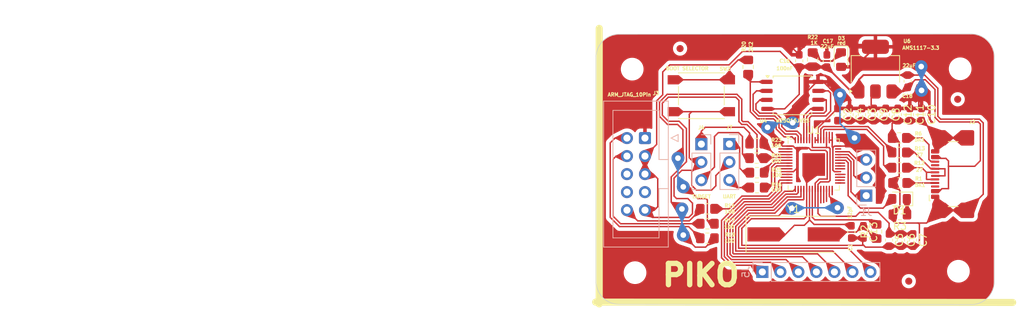
<source format=kicad_pcb>
(kicad_pcb (version 20240108) (generator "pcbnew") (generator_version "8.0")
  (layers (0 "F.Cu" signal) (31 "B.Cu" signal) (34 "B.Paste" user) (35 "F.Paste" user) (36 "B.SilkS" user "B.Silkscreen") (37 "F.SilkS" user "F.Silkscreen") (38 "B.Mask" user) (39 "F.Mask" user) (44 "Edge.Cuts" user))
  (net 0 "")
  (net 1 "Reset")
  (net 2 "GND")
  (net 3 "+3.3V")
  (net 4 "/XIN")
  (net 5 "/XOUT")
  (net 6 "Net-(D3-K)")
  (net 7 "/D-")
  (net 8 "Net-(J2-CC1)")
  (net 9 "/D+")
  (net 10 "Net-(J2-CC2)")
  (net 11 "Net-(J3-SWDIO{slash}TMS)")
  (net 12 "Net-(J3-SWCLK{slash}TCK)")
  (net 14 "Net-(J3-~{RESET})")
  (net 15 "Net-(J4-Pin_3)")
  (net 16 "Net-(J4-Pin_1)")
  (net 17 "TGT_TX")
  (net 18 "TGT_RX")
  (net 19 "TGT_SWCLK")
  (net 20 "TGT_SWDIO")
  (net 21 "Net-(J7-Pin_3)")
  (net 23 "Net-(J7-Pin_1)")
  (net 24 "/SIGROK_IN5")
  (net 25 "TGT_RESET")
  (net 26 "+5V")
  (net 27 "/SIGROK_IN6")
  (net 28 "SWD_DIO")
  (net 29 "SWD_CLK")
  (net 30 "/SIGROK_IN3")
  (net 32 "/SIGROK_IN7")
  (net 33 "/SIGROK_IN1")
  (net 34 "/SIGROK_IN4")
  (net 35 "/SIGROK_IN2")
  (net 36 "/SIGROK_ADC2")
  (net 37 "/SIGROK_ADC1")
  (net 38 "/SIGROK_ADC0")
  (net 39 "/USB_DM")
  (net 40 "/USB_DP")
  (net 41 "Net-(R20-Pad2)")
  (net 42 "/SPI_SS_N")
  (net 43 "/SPI_SD1")
  (net 44 "/SPI_SCLK")
  (net 45 "/SPI_SD0")
  (net 46 "/SWDIR")
  (net 47 "/SIGROK_IN8")
  (net 48 "/SPI_SD2")
  (net 49 "/SPI_SD3")
  (net 50 "+1V1")
  (net 51 "Net-(C13-Pad1)")
  (net 52 "Net-(D1-K)")
  (net 53 "Net-(D1-A)")
  (net 54 "unconnected-(U1-GPIO0-Pad2)")
  (net 55 "unconnected-(U1-GPIO20-Pad31)")
  (net 56 "unconnected-(U1-GPIO18-Pad29)")
  (net 57 "unconnected-(U1-GPIO9-Pad12)")
  (net 58 "unconnected-(U1-GPIO23-Pad35)")
  (net 59 "unconnected-(U1-GPIO19-Pad30)")
  (net 61 "unconnected-(U1-GPIO21-Pad32)")
  (net 62 "unconnected-(U1-GPIO8-Pad11)")
  (net 63 "unconnected-(U1-GPIO22-Pad34)")
  (net 64 "unconnected-(U1-GPIO7-Pad9)")
  (net 65 "unconnected-(U1-GPIO24-Pad36)")
  (footprint "Capacitor_SMD:C_0603_1608Metric_Pad1.08x0.95mm_HandSolder" (layer "F.Cu") (at 170.9 85.6 -90)
    (property "Reference" "C10")
    (property "Value" "100nF")
  )
  (footprint "LED_SMD:LED_0805_2012Metric_Pad1.15x1.40mm_HandSolder" (layer "F.Cu") (at 159.55 77.85 -90)
    (property "Reference" "D3")
    (property "Value" "red")
  )
  (footprint "Capacitor_SMD:C_0603_1608Metric_Pad1.08x0.95mm_HandSolder" (layer "F.Cu") (at 168.95 80.9 90)
    (property "Reference" "C18")
    (property "Value" "22uF")
  )
  (footprint "Capacitor_SMD:C_0603_1608Metric_Pad1.08x0.95mm_HandSolder" (layer "F.Cu") (at 168 103.3 -90)
    (property "Reference" "C6")
    (property "Value" "100nF")
  )
  (footprint "Resistor_SMD:R_0805_2012Metric_Pad1.20x1.40mm_HandSolder" (layer "F.Cu") (at 147.65 89.7 180)
    (property "Reference" "R23")
    (property "Value" "100")
  )
  (footprint "Resistor_SMD:R_0805_2012Metric_Pad1.20x1.40mm_HandSolder" (layer "F.Cu") (at 147.7 93.8 180)
    (property "Reference" "R25")
    (property "Value" "100")
  )
  (footprint "Capacitor_SMD:C_0603_1608Metric_Pad1.08x0.95mm_HandSolder" (layer "F.Cu") (at 169.7 103.3 -90)
    (property "Reference" "C7")
    (property "Value" "100nF")
  )
  (footprint "Capacitor_SMD:C_0603_1608Metric_Pad1.08x0.95mm_HandSolder" (layer "F.Cu") (at 157.55 78.05 -90)
    (property "Reference" "C17")
    (property "Value" "22uF")
  )
  (footprint "Button_Switch_SMD:SW_Push_1P1T_NO_6x6mm_H9.5mm" (layer "F.Cu") (at 139.85 82.95)
    (property "Reference" "SW2")
    (property "Value" "BOOT SELECTOR")
  )
  (footprint "Capacitor_SMD:C_0603_1608Metric_Pad1.08x0.95mm_HandSolder" (layer "F.Cu") (at 169.25 85.6 -90)
    (property "Reference" "C11")
    (property "Value" "100nF")
  )
  (footprint "Capacitor_SMD:C_0603_1608Metric_Pad1.08x0.95mm_HandSolder" (layer "F.Cu") (at 161.000001 102.15 -90)
    (property "Reference" "C1")
    (property "Value" "12pF")
  )
  (footprint "Resistor_SMD:R_0805_2012Metric_Pad1.20x1.40mm_HandSolder" (layer "F.Cu") (at 167.799997 95.249998 180)
    (property "Reference" "R1")
    (property "Value" "5K1")
  )
  (footprint "Resistor_SMD:R_0805_2012Metric_Pad1.20x1.40mm_HandSolder" (layer "F.Cu") (at 167.85 99.7 180)
    (property "Reference" "R3")
    (property "Value" "1K")
  )
  (footprint "Package_SO:SOIC-8_5.23x5.23mm_P1.27mm" (layer "F.Cu") (at 152.7 82.9)
    (property "Reference" "U4")
    (property "Value" "W25Q16JVSS")
  )
  (footprint "Capacitor_SMD:C_0603_1608Metric_Pad1.08x0.95mm_HandSolder" (layer "F.Cu") (at 165.85 85.6 -90)
    (property "Reference" "C8")
    (property "Value" "100nF")
  )
  (footprint "Capacitor_SMD:C_0603_1608Metric_Pad1.08x0.95mm_HandSolder" (layer "F.Cu") (at 162.5 85.6 -90)
    (property "Reference" "C3")
    (property "Value" "100nF")
  )
  (footprint "Package_TO_SOT_SMD:SOT-223-3_TabPin2" (layer "F.Cu") (at 164.4 79.2 90)
    (property "Reference" "U6")
    (property "Value" "AMS1117-3.3")
  )
  (footprint "Crystal:Crystal_SMD_HC49-SD" (layer "F.Cu") (at 152.85 102.5)
    (property "Reference" "Y1")
    (property "Value" "12Mhz HC49-SD")
  )
  (footprint "Capacitor_SMD:C_0603_1608Metric_Pad1.08x0.95mm_HandSolder" (layer "F.Cu") (at 153.650001 78.037501 -90)
    (property "Reference" "C16")
    (property "Value" "100nF")
  )
  (footprint "Resistor_SMD:R_0805_2012Metric_Pad1.20x1.40mm_HandSolder" (layer "F.Cu") (at 140.7 101)
    (property "Reference" "R17")
    (property "Value" "100")
  )
  (footprint "Resistor_SMD:R_0805_2012Metric_Pad1.20x1.40mm_HandSolder" (layer "F.Cu") (at 155.55 77.85 -90)
    (property "Reference" "R22")
    (property "Value" "1K")
  )
  (footprint "Package_DFN_QFN:QFN-56-1EP_7x7mm_P0.4mm_EP3.2x3.2mm" (layer "F.Cu") (at 155.7 92.65)
    (property "Reference" "U1")
    (property "Value" "RP2040")
  )
  (footprint "MountingHole:MountingHole_2.7mm_M2.5" (layer "F.Cu") (at 130.1 79.2)
    (property "Reference" "H6" (hide yes))
    (property "Value" "MountingHole" (hide yes))
  )
  (footprint "Resistor_SMD:R_0805_2012Metric_Pad1.20x1.40mm_HandSolder" (layer "F.Cu") (at 147.7 95.9 180)
    (property "Reference" "R26")
    (property "Value" "100")
  )
  (footprint "Fiducial:Fiducial_1mm_Mask2mm" (layer "F.Cu") (at 136.85 76.3)
    (property "Reference" "FID3" (hide yes))
    (property "Value" "Fiducial" (hide yes))
  )
  (footprint "Resistor_SMD:R_0805_2012Metric_Pad1.20x1.40mm_HandSolder" (layer "F.Cu") (at 140.7 103.05)
    (property "Reference" "R19")
    (property "Value" "100")
  )
  (footprint "Capacitor_SMD:C_0603_1608Metric_Pad1.08x0.95mm_HandSolder" (layer "F.Cu") (at 164.15 85.6 -90)
    (property "Reference" "C9")
    (property "Value" "100nF")
  )
  (footprint "Resistor_SMD:R_0805_2012Metric_Pad1.20x1.40mm_HandSolder" (layer "F.Cu") (at 167.749996 88.899997 180)
    (property "Reference" "R6")
    (property "Value" "5K1")
  )
  (footprint "LED_SMD:LED_0805_2012Metric_Pad1.15x1.40mm_HandSolder" (layer "F.Cu") (at 167.8 97.5 180)
    (property "Reference" "D1")
    (property "Value" "green")
  )
  (footprint "MountingHole:MountingHole_2.7mm_M2.5" (layer "F.Cu") (at 176.35 79.15)
    (property "Reference" "H5" (hide yes))
    (property "Value" "MountingHole" (hide yes))
  )
  (footprint "Connector_USB:USB_C_Receptacle_GCT_USB4110" (layer "F.Cu") (at 176.5 94 90)
    (property "Reference" "J2")
    (property "Value" "USB_C_Receptacle_USB2.0_14P" (hide yes))
  )
  (footprint "Resistor_SMD:R_0805_2012Metric_Pad1.20x1.40mm_HandSolder" (layer "F.Cu") (at 167.749997 90.949998 180)
    (property "Reference" "R13")
    (property "Value" "27")
  )
  (footprint "Capacitor_SMD:C_0603_1608Metric_Pad1.08x0.95mm_HandSolder" (layer "F.Cu") (at 167.55 85.6 -90)
    (property "Reference" "C12")
    (property "Value" "100nF")
  )
  (footprint "MountingHole:MountingHole_2.7mm_M2.5" (layer "F.Cu") (at 176.1 107.7)
    (property "Reference" "H3" (hide yes))
    (property "Value" "MountingHole" (hide yes))
  )
  (footprint "Fiducial:Fiducial_1mm_Mask2mm" (layer "F.Cu") (at 169.1 109.1)
    (property "Reference" "FID1" (hide yes))
    (property "Value" "Fiducial" (hide yes))
  )
  (footprint "Resistor_SMD:R_0805_2012Metric_Pad1.20x1.40mm_HandSolder" (layer "F.Cu") (at 164.550001 102.1 90)
    (property "Reference" "R2")
    (property "Value" "1K")
  )
  (footprint "Capacitor_SMD:C_0603_1608Metric_Pad1.08x0.95mm_HandSolder" (layer "F.Cu") (at 162.7 102.15 -90)
    (property "Reference" "C13")
    (property "Value" "12pF")
  )
  (footprint "Resistor_SMD:R_0805_2012Metric_Pad1.20x1.40mm_HandSolder" (layer "F.Cu") (at 167.749997 93.099998 180)
    (property "Reference" "R12")
    (property "Value" "27")
  )
  (footprint "Fiducial:Fiducial_1mm_Mask2mm" (layer "F.Cu") (at 176 83.45)
    (property "Reference" "FID2" (hide yes))
    (property "Value" "Fiducial" (hide yes))
  )
  (footprint "Capacitor_SMD:C_0603_1608Metric_Pad1.08x0.95mm_HandSolder" (layer "F.Cu") (at 160.75 85.6 -90)
    (property "Reference" "C4")
    (property "Value" "100nF")
  )
  (footprint "Resistor_SMD:R_0805_2012Metric_Pad1.20x1.40mm_HandSolder" (layer "F.Cu") (at 146.45 78.9 90)
    (property "Reference" "R20")
    (property "Value" "2K2")
  )
  (footprint "MountingHole:MountingHole_2.7mm_M2.5" (layer "F.Cu") (at 130.5 107.9)
    (property "Reference" "H4" (hide yes))
    (property "Value" "MountingHole" (hide yes))
  )
  (footprint "Capacitor_SMD:C_0603_1608Metric_Pad1.08x0.95mm_HandSolder" (layer "F.Cu") (at 159.05 85.6 -90)
    (property "Reference" "C2")
    (property "Value" "2u2F")
  )
  (footprint "Capacitor_SMD:C_0603_1608Metric_Pad1.08x0.95mm_HandSolder" (layer "F.Cu") (at 166.3225 103.3 -90)
    (property "Reference" "C5")
    (property "Value" "1uF")
  )
  (footprint "Resistor_SMD:R_0805_2012Metric_Pad1.20x1.40mm_HandSolder" (layer "F.Cu") (at 147.65 91.75 180)
    (property "Reference" "R24")
    (property "Value" "100")
  )
  (footprint "Resistor_SMD:R_0805_2012Metric_Pad1.20x1.40mm_HandSolder" (layer "F.Cu") (at 140.7 98.9)
    (property "Reference" "R14")
    (property "Value" "100")
  )
  (footprint "Connector_PinHeader_2.54mm:PinHeader_1x03_P2.54mm_Vertical" (layer "B.Cu") (at 139.85 89.775 180)
    (property "Reference" "J4")
    (property "Value" "TARGET")
  )
  (footprint "Connector_PinHeader_2.54mm:PinHeader_1x07_P2.54mm_Vertical" (layer "B.Cu") (at 148.45 107.8 -90)
    (property "Reference" "J5")
    (property "Value" "SIGROK_INPUT")
  )
  (footprint "Connector_IDC:IDC-Header_2x05_P2.54mm_Vertical" (layer "B.Cu") (at 131.9 88.92 180)
    (property "Reference" "J3")
    (property "Value" "ARM_JTAG_10Pin")
  )
  (footprint "Connector_PinHeader_2.54mm:PinHeader_1x03_P2.54mm_Vertical" (layer "B.Cu") (at 143.8 89.76 180)
    (property "Reference" "J7")
    (property "Value" "UART")
  )
  (footprint "Connector_PinHeader_2.54mm:PinHeader_1x03_P2.54mm_Vertical" (layer "B.Cu") (at 163.099999 97.040003)
    (property "Reference" "J1")
    (property "Value" "SIGROK_ADC")
  )
  (gr_line (start 124.95 112.05) (end 183.75 112.1) (stroke (width 1)) (layer "F.SilkS"))
  (gr_line (start 125.45 73.45) (end 125.45 112.3) (stroke (width 1)) (layer "F.SilkS"))
  (gr_line (start 181.15 109.35) (end 181.15 77.3) (stroke (width 0.1)) (layer "Edge.Cuts"))
  (gr_arc (start 125.012302 77.339189) (mid 126.05 75.15) (end 128.312391 74.283426) (stroke (width 0.1)) (layer "Edge.Cuts"))
  (gr_line (start 128.312391 74.283426) (end 177.849911 74.244237) (stroke (width 0.1)) (layer "Edge.Cuts"))
  (gr_arc (start 177.849911 74.244237) (mid 180.112302 75.110811) (end 181.15 77.3) (stroke (width 0.1)) (layer "Edge.Cuts"))
  (gr_line (start 128.312391 112.366574) (end 177.849911 112.405763) (stroke (width 0.1)) (layer "Edge.Cuts"))
  (gr_arc (start 128.312391 112.366574) (mid 126.05 111.5) (end 125.012302 109.310811) (stroke (width 0.1)) (layer "Edge.Cuts"))
  (gr_line (start 125.012302 77.339189) (end 125.012302 109.310811) (stroke (width 0.1)) (layer "Edge.Cuts"))
  (gr_arc (start 181.15 109.35) (mid 180.112302 111.539189) (end 177.849911 112.405763) (stroke (width 0.1)) (layer "Edge.Cuts"))
  (gr_text "PIKO" (at 134 110 0) (layer "F.SilkS") (effects (font (size 3 3) (thickness 0.75) (bold yes)) (justify left bottom)))
  (segment (start 157.5 96.0875) (end 157.5 97.85) (width 0.2) (layer "F.Cu") (net 1))
  (segment (start 154.7 99.95) (end 154.35 100.3) (width 0.2) (layer "F.Cu") (net 2))
  (segment (start 143.825 85.2) (end 138.5 85.2) (width 0.2) (layer "F.Cu") (net 2))
  (segment (start 154.7 96.0875) (end 154.7 99.95) (width 0.2) (layer "F.Cu") (net 2))
  (segment (start 173.395005 99.110002) (end 173.394999 99.109996) (width 0.2) (layer "F.Cu") (net 2))
  (segment (start 167.25 100.9) (end 170.3 100.9) (width 0.2) (layer "F.Cu") (net 2))
  (segment (start 166.185 104.3) (end 166.3225 104.1625) (width 0.2) (layer "F.Cu") (net 2))
  (segment (start 135.25 85.2) (end 135.875 85.2) (width 0.2) (layer "F.Cu") (net 2))
  (segment (start 170.967502 86.4625) (end 170.5 86.4625) (width 0.2) (layer "F.Cu") (net 2))
  (segment (start 169.7 104.1625) (end 170.3875 104.1625) (width 0.2) (layer "F.Cu") (net 2))
  (segment (start 136 97.097057) (end 136.352943 97.45) (width 0.2) (layer "F.Cu") (net 2))
  (segment (start 161.000001 103.0125) (end 162.6 103.0125) (width 0.2) (layer "F.Cu") (net 2))
  (segment (start 162.15 86.4625) (end 160.5 86.4625) (width 0.2) (layer "F.Cu") (net 2))
  (segment (start 162.75 104.05) (end 163 104.3) (width 0.2) (layer "F.Cu") (net 2))
  (segment (start 133.55 83.668629) (end 134.4 82.818629) (width 0.2) (layer "F.Cu") (net 2))
  (segment (start 153.150001 78.900001) (end 153.650001 78.900001) (width 0.2) (layer "F.Cu") (net 2))
  (segment (start 173.394999 97.774999) (end 172.82 97.2) (width 0.2) (layer "F.Cu") (net 2))
  (segment (start 166.3225 104.1625) (end 168 104.1625) (width 0.2) (layer "F.Cu") (net 2))
  (segment (start 173.395 88.889998) (end 170.967502 86.4625) (width 0.2) (layer "F.Cu") (net 2))
  (segment (start 154.7 93.65) (end 155.7 92.65) (width 0.2) (layer "F.Cu") (net 2))
  (segment (start 137.95 97.45) (end 138.6 98.1) (width 0.2) (layer "F.Cu") (net 2))
  (segment (start 146.9 100.3) (end 145.561634 101.638366) (width 0.2) (layer "F.Cu") (net 2))
  (segment (start 173.2 85.85) (end 173.6 86.25) (width 0.2) (layer "F.Cu") (net 2))
  (segment (start 170.5 86.4625) (end 168.85 86.4625) (width 0.2) (layer "F.Cu") (net 2))
  (segment (start 143.75 78.6) (end 145.65 76.7) (width 0.2) (layer "F.Cu") (net 2))
  (segment (start 133.22 99.08) (end 131.9 99.08) (width 0.2) (layer "F.Cu") (net 2))
  (segment (start 166.85 99.55) (end 166.85 100.5) (width 0.2) (layer "F.Cu") (net 2))
  (segment (start 138.7 93.465) (end 137.100686 93.465) (width 0.2) (layer "F.Cu") (net 2))
  (segment (start 136.352943 97.45) (end 137.95 97.45) (width 0.2) (layer "F.Cu") (net 2))
  (segment (start 138.6 98.1) (end 138.6 99.584314) (width 0.2) (layer "F.Cu") (net 2))
  (segment (start 145.561634 101.638366) (end 145.561634 104.05) (width 0.2) (layer "F.Cu") (net 2))
  (segment (start 135.4 78.6) (end 143.75 78.6) (width 0.2) (layer "F.Cu") (net 2))
  (segment (start 163 104.3) (end 166.185 104.3) (width 0.2) (layer "F.Cu") (net 2))
  (segment (start 131.9 91.46) (end 131.9 94) (width 0.2) (layer "F.Cu") (net 2))
  (segment (start 177.325 99.110002) (end 173.395005 99.110002) (width 0.2) (layer "F.Cu") (net 2))
  (segment (start 160.5 86.4625) (end 158.85 86.4625) (width 0.2) (layer "F.Cu") (net 2))
  (segment (start 162.6 103.1125) (end 162.7 103.0125) (width 0.2) (layer "F.Cu") (net 2))
  (segment (start 138.15 91.7) (end 138.15 85.55) (width 0.2) (layer "F.Cu") (net 2))
  (segment (start 165.45 86.4625) (end 163.8 86.4625) (width 0.2) (layer "F.Cu") (net 2))
  (segment (start 141.9 94.2) (end 141.9 95.65) (width 0.2) (layer "F.Cu") (net 2))
  (segment (start 136 94.565686) (end 136 97.097057) (width 0.2) (layer "F.Cu") (net 2))
  (segment (start 154.35 100.3) (end 146.9 100.3) (width 0.2) (layer "F.Cu") (net 2))
  (segment (start 157.55 78.9125) (end 155.6125 78.9125) (width 0.25) (layer "F.Cu") (net 2))
  (segment (start 137.100686 93.465) (end 136 94.565686) (width 0.2) (layer "F.Cu") (net 2))
  (segment (start 162.15 86.4625) (end 163.8 86.4625) (width 0.2) (layer "F.Cu") (net 2))
  (segment (start 149.099999 84.804999) (end 151.595001 84.804999) (width 0.2) (layer "F.Cu") (net 2))
  (segment (start 162.6 103.0125) (end 162.6 103.6) (width 0.2) (layer "F.Cu") (net 2))
  (segment (start 132.929099 100.109099) (end 131.9 99.08) (width 0.2) (layer "F.Cu") (net 2))
  (segment (start 133.55 89.81) (end 133.55 83.668629) (width 0.2) (layer "F.Cu") (net 2))
  (segment (start 138.15 85.55) (end 138.5 85.2) (width 0.2) (layer "F.Cu") (net 2))
  (segment (start 145.561634 104.05) (end 162.75 104.05) (width 0.2) (layer "F.Cu") (net 2))
  (segment (start 138.5 95.6) (end 138.5 93.665) (width 0.2) (layer "F.Cu") (net 2))
  (segment (start 166.85 100.5) (end 167.25 100.9) (width 0.2) (layer "F.Cu") (net 2))
  (segment (start 133.05 94) (end 133.7 94.65) (width 0.2) (layer "F.Cu") (net 2))
  (segment (start 155.6125 78.9125) (end 155.55 78.85) (width 0.25) (layer "F.Cu") (net 2))
  (segment (start 162.1 82.349999) (end 160.987499 82.349999) (width 0.25) (layer "F.Cu") (net 2))
  (segment (start 133.7 98.6) (end 133.22 99.08) (width 0.2) (layer "F.Cu") (net 2))
  (segment (start 160.987499 82.349999) (end 157.55 78.9125) (width 0.25) (layer "F.Cu") (net 2))
  (segment (start 138.765 92.315) (end 138.15 91.7) (width 0.2) (layer "F.Cu") (net 2))
  (segment (start 131.9 94) (end 133.05 94) (width 0.2) (layer "F.Cu") (net 2))
  (segment (start 150.95 76.7) (end 153.150001 78.900001) (width 0.2) (layer "F.Cu") (net 2))
  (segment (start 139.15 96.25) (end 138.5 95.6) (width 0.2) (layer "F.Cu") (net 2))
  (segment (start 173.394999 99.109996) (end 173.394999 97.774999) (width 0.2) (layer "F.Cu") (net 2))
  (segment (start 162.6 103.9) (end 162.75 104.05) (width 0.2) (layer "F.Cu") (net 2))
  (segment (start 170.45 100.9) (end 171.604995 100.9) (width 0.2) (layer "F.Cu") (net 2))
  (segment (start 153.650001 82.749999) (end 153.650001 78.900001) (width 0.2) (layer "F.Cu") (net 2))
  (segment (start 166.749996 88.899997) (end 166.749996 86.862504) (width 0.2) (layer "F.Cu") (net 2))
  (segment (start 141.3 96.25) (end 139.15 96.25) (width 0.2) (layer "F.Cu") (net 2))
  (segment (start 138.5 85.2) (end 135.875 85.2) (width 0.2) (layer "F.Cu") (net 2))
  (segment (start 162.1 82.349999) (end 162.1 80.65) (width 0.25) (layer "F.Cu") (net 2))
  (segment (start 177.325002 88.889999) (end 173.395001 88.889999) (width 0.2) (layer "F.Cu") (net 2))
  (segment (start 162.1 80.65) (end 162.7125 80.0375) (width 0.25) (layer "F.Cu") (net 2))
  (segment (start 139.85 92.315) (end 138.765 92.315) (width 0.2) (layer "F.Cu") (net 2))
  (segment (start 168 104.1625) (end 169.7 104.1625) (width 0.2) (layer "F.Cu") (net 2))
  (segment (start 173.6 86.25) (end 179.065686 86.25) (width 0.2) (layer "F.Cu") (net 2))
  (segment (start 173.395001 88.889999) (end 173.395 88.889998) (width 0.2) (layer "F.Cu") (net 2))
  (segment (start 138.5 93.665) (end 138.7 93.465) (width 0.2) (layer "F.Cu") (net 2))
  (segment (start 167.75 94.299995) (end 167.75 89.5) (width 0.2) (layer "F.Cu") (net 2))
  (segment (start 171.3375 80.0375) (end 173.2 81.9) (width 0.2) (layer "F.Cu") (net 2))
  (segment (start 161.000001 103.0125) (end 162.7 103.0125) (width 0.2) (layer "F.Cu") (net 2))
  (segment (start 151.595001 84.804999) (end 153.650001 82.749999) (width 0.2) (layer "F.Cu") (net 2))
  (segment (start 173.2 81.9) (end 173.2 85.85) (width 0.2) (layer "F.Cu") (net 2))
  (segment (start 171.604995 100.9) (end 173.394999 99.109996) (width 0.2) (layer "F.Cu") (net 2))
  (segment (start 145.65 76.7) (end 150.95 76.7) (width 0.2) (layer "F.Cu") (net 2))
  (segment (start 166.85 99.55) (end 167.85 98.55) (width 0.2) (layer "F.Cu") (net 2))
  (segment (start 170.3875 104.1625) (end 170.6 103.95) (width 0.2) (layer "F.Cu") (net 2))
  (segment (start 162.6 103.6) (end 162.6 103.9) (width 0.2) (layer "F.Cu") (net 2))
  (segment (start 155.55 78.85) (end 153.700002 78.85) (width 0.25) (layer "F.Cu") (net 2))
  (segment (start 167.15 86.4625) (end 165.45 86.4625) (width 0.2) (layer "F.Cu") (net 2))
  (segment (start 170.6 101.05) (end 170.45 100.9) (width 0.2) (layer "F.Cu") (net 2))
  (segment (start 166.799997 95.249998) (end 167.75 94.299995) (width 0.2) (layer "F.Cu") (net 2))
  (segment (start 166.749996 86.862504) (end 167.15 86.4625) (width 0.2) (layer "F.Cu") (net 2))
  (segment (start 170.3 100.9) (end 170.45 100.9) (width 0.2) (layer "F.Cu") (net 2))
  (segment (start 162.6 103.6) (end 162.6 103.1125) (width 0.2) (layer "F.Cu") (net 2))
  (segment (start 179.6 96.835002) (end 177.325 99.110002) (width 0.2) (layer "F.Cu") (net 2))
  (segment (start 134.4 82.818629) (end 134.4 79.6) (width 0.2) (layer "F.Cu") (net 2))
  (segment (start 154.7 96.0875) (end 154.7 93.65) (width 0.2) (layer "F.Cu") (net 2))
  (segment (start 141.9 95.65) (end 141.3 96.25) (width 0.2) (layer "F.Cu") (net 2))
  (segment (start 153.700002 78.85) (end 153.650001 78.900001) (width 0.25) (layer "F.Cu") (net 2))
  (segment (start 138.075215 100.109099) (end 132.929099 100.109099) (width 0.2) (layer "F.Cu") (net 2))
  (segment (start 179.065686 86.25) (end 179.6 86.784314) (width 0.2) (layer "F.Cu") (net 2))
  (segment (start 167.149997 88.899997) (end 166.749996 88.899997) (width 0.2) (layer "F.Cu") (net 2))
  (segment (start 143.8 92.3) (end 141.9 94.2) (width 0.2) (layer "F.Cu") (net 2))
  (segment (start 167.85 96.300001) (end 166.799997 95.249998) (width 0.2) (layer "F.Cu") (net 2))
  (segment (start 170.6 103.95) (end 170.6 101.05) (width 0.2) (layer "F.Cu") (net 2))
  (segment (start 133.7 94.65) (end 133.7 98.6) (width 0.2) (layer "F.Cu") (net 2))
  (segment (start 173.395 90.224997) (end 172.819997 90.8) (width 0.2) (layer "F.Cu") (net 2))
  (segment (start 168.85 86.4625) (end 167.15 86.4625) (width 0.2) (layer "F.Cu") (net 2))
  (segment (start 139.85 92.315) (end 138.7 93.465) (width 0.2) (layer "F.Cu") (net 2))
  (segment (start 167.85 98.55) (end 167.85 96.300001) (width 0.2) (layer "F.Cu") (net 2))
  (segment (start 167.75 89.5) (end 167.149997 88.899997) (width 0.2) (layer "F.Cu") (net 2))
  (segment (start 179.6 86.784314) (end 179.6 96.835002) (width 0.2) (layer "F.Cu") (net 2))
  (segment (start 162.7125 80.0375) (end 168.95 80.0375) (width 0.25) (layer "F.Cu") (net 2))
  (segment (start 168.95 80.0375) (end 171.3375 80.0375) (width 0.2) (layer "F.Cu") (net 2))
  (segment (start 138.6 99.584314) (end 138.075215 100.109099) (width 0.2) (layer "F.Cu") (net 2))
  (segment (start 173.395 88.889998) (end 173.395 90.224997) (width 0.2) (layer "F.Cu") (net 2))
  (segment (start 131.9 91.46) (end 133.55 89.81) (width 0.2) (layer "F.Cu") (net 2))
  (segment (start 134.4 79.6) (end 135.4 78.6) (width 0.2) (layer "F.Cu") (net 2))
  (segment (start 163.8 82.95) (end 164.4 82.35) (width 0.2) (layer "F.Cu") (net 3))
  (segment (start 164.4 76.05) (end 164.1 75.75) (width 0.25) (layer "F.Cu") (net 3))
  (segment (start 160.5 84.7375) (end 162.15 84.7375) (width 0.2) (layer "F.Cu") (net 3))
  (segment (start 158.3 90.15364) (end 158.3 89.2125) (width 0.2) (layer "F.Cu") (net 3))
  (segment (start 162.15 84.7375) (end 163.8 84.7375) (width 0.2) (layer "F.Cu") (net 3))
  (segment (start 133.25 79.3) (end 134.8 77.75) (width 0.2) (layer "F.Cu") (net 3))
  (segment (start 148.8 87.55) (end 151.3 90.05) (width 0.2) (layer "F.Cu") (net 3))
  (segment (start 158.60364 93.65) (end 158.4 93.44636) (width 0.2) (layer "F.Cu") (net 3))
  (segment (start 158.4 90.25364) (end 158.3 90.15364) (width 0.2) (layer "F.Cu") (net 3))
  (segment (start 156.129447 80.995001) (end 156.300001 80.995001) (width 0.2) (layer "F.Cu") (net 3))
  (segment (start 156.484314 94.7) (end 157.6 94.7) (width 0.2) (layer "F.Cu") (net 3))
  (segment (start 131.8 82.65) (end 133.25 81.2) (width 0.2) (layer "F.Cu") (net 3))
  (segment (start 154.537502 75.75) (end 153.650001 76.637501) (width 0.25) (layer "F.Cu") (net 3))
  (segment (start 158.85 82.784314) (end 157.060687 80.995001) (width 0.2) (layer "F.Cu") (net 3))
  (segment (start 159.1375 93.65) (end 158.60364 93.65) (width 0.2) (layer "F.Cu") (net 3))
  (segment (start 158.4 90.25364) (end 158.60364 90.05) (width 0.2) (layer "F.Cu") (net 3))
  (segment (start 170.1875 78.8375) (end 170.1 78.75) (width 0.2) (layer "F.Cu") (net 3))
  (segment (start 158.3 89.2125) (end 158.3 88.15) (width 0.2) (layer "F.Cu") (net 3))
  (segment (start 161.25 90.05) (end 159.1375 90.05) (width 0.2) (layer "F.Cu") (net 3))
  (segment (start 165.45 84.7375) (end 167.15 84.7375) (width 0.2) (layer "F.Cu") (net 3))
  (segment (start 157.9 89.2125) (end 158.3 89.2125) (width 0.2) (layer "F.Cu") (net 3))
  (segment (start 163.5 84.4375) (end 163.8 84.7375) (width 0.2) (layer "F.Cu") (net 3))
  (segment (start 157.060687 80.995001) (end 156.300001 80.995001) (width 0.2) (layer "F.Cu") (net 3))
  (segment (start 157.55 76.05) (end 157.25 75.75) (width 0.25) (layer "F.Cu") (net 3))
  (segment (start 151.3 90.05) (end 152.2625 90.05) (width 0.2) (layer "F.Cu") (net 3))
  (segment (start 153.45 90.70364) (end 153.45 93.05) (width 0.2) (layer "F.Cu") (net 3))
  (segment (start 133.25 81.2) (end 133.25 79.3) (width 0.2) (layer "F.Cu") (net 3))
  (segment (start 158.4 90.45364) (end 158.4 90.25364) (width 0.2) (layer "F.Cu") (net 3))
  (segment (start 155.9 95.284314) (end 156.484314 94.7) (width 0.2) (layer "F.Cu") (net 3))
  (segment (start 158.85 84.7375) (end 160.5 84.7375) (width 0.2) (layer "F.Cu") (net 3))
  (segment (start 134.8 77.75) (end 143.35 77.75) (width 0.2) (layer "F.Cu") (net 3))
  (segment (start 158.85 84.931372) (end 158.85 84.7375) (width 0.2) (layer "F.Cu") (net 3))
  (segment (start 164.1 75.75) (end 157.25 75.75) (width 0.25) (layer "F.Cu") (net 3))
  (segment (start 148.8 87.35) (end 148.8 87.55) (width 0.2) (layer "F.Cu") (net 3))
  (segment (start 157.6 90.9) (end 157.35 90.65) (width 0.2) (layer "F.Cu") (net 3))
  (segment (start 131.9 88.92) (end 131.8 88.82) (width 0.2) (layer "F.Cu") (net 3))
  (segment (start 170.85 78.8375) (end 168.0625 76.05) (width 0.2) (layer "F.Cu") (net 3))
  (segment (start 156.3 89.2125) (end 156.3 87.481372) (width 0.2) (layer "F.Cu") (net 3))
  (segment (start 157.25 75.75) (end 154.537502 75.75) (width 0.25) (layer "F.Cu") (net 3))
  (segment (start 158.60364 90.05) (end 159.1375 90.05) (width 0.2) (layer "F.Cu") (net 3))
  (segment (start 153.04636 90.3) (end 153 90.25364) (width 0.2) (layer "F.Cu") (net 3))
  (segment (start 152.725044 86.75) (end 152.725044 84.399404) (width 0.2) (layer "F.Cu") (net 3))
  (segment (start 157.6 94.7) (end 157.6 90.9) (width 0.2) (layer "F.Cu") (net 3))
  (segment (start 152.2625 93.65) (end 151.1 93.65) (width 0.2) (layer "F.Cu") (net 3))
  (segment (start 131.8 88.82) (end 131.8 82.65) (width 0.2) (layer "F.Cu") (net 3))
  (segment (start 152.375 75.9) (end 153.650001 77.175001) (width 0.2) (layer "F.Cu") (net 3))
  (segment (start 170.9 82.2) (end 170.5 82.6) (width 0.2) (layer "F.Cu") (net 3))
  (segment (start 170.85 78.8375) (end 170.1875 78.8375) (width 0.2) (layer "F.Cu") (net 3))
  (segment (start 168.0625 76.05) (end 164.4 76.05) (width 0.2) (layer "F.Cu") (net 3))
  (segment (start 152.2625 90.05) (end 152.79636 90.05) (width 0.2) (layer "F.Cu") (net 3))
  (segment (start 155.334315 90.65) (end 154.984315 90.3) (width 0.2) (layer "F.Cu") (net 3))
  (segment (start 159.549999 78.874998) (end 161.575002 78.874998) (width 0.25) (layer "F.Cu") (net 3))
  (segment (start 152.85 93.65) (end 152.2625 93.65) (width 0.2) (layer "F.Cu") (net 3))
  (segment (start 158.4 93.44636) (end 158.4 90.45364) (width 0.2) (layer "F.Cu") (net 3))
  (segment (start 155.9 96.0875) (end 155.9 95.284314) (width 0.2) (layer "F.Cu") (net 3))
  (segment (start 163.8 84.7375) (end 163.8 82.95) (width 0.2) (layer "F.Cu") (net 3))
  (segment (start 158.85 82.784314) (end 159.384314 82.784314) (width 0.2) (layer "F.Cu") (net 3))
  (segment (start 152.79636 90.05) (end 153 90.25364) (width 0.2) (layer "F.Cu") (net 3))
  (segment (start 155.9 96.0875) (end 155.9 98.7) (width 0.2) (layer "F.Cu") (net 3))
  (segment (start 158.85 84.7375) (end 158.85 82.784314) (width 0.2) (layer "F.Cu") (net 3))
  (segment (start 157.55 77.1875) (end 157.55 76.05) (width 0.25) (layer "F.Cu") (net 3))
  (segment (start 161.45 88.9) (end 161.45 89.85) (width 0.2) (layer "F.Cu") (net 3))
  (segment (start 153 90.25364) (end 153.45 90.70364) (width 0.2) (layer "F.Cu") (net 3))
  (segment (start 161.45 89.85) (end 161.25 90.05) (width 0.2) (layer "F.Cu") (net 3))
  (segment (start 156.3 89.2125) (end 155.9 89.2125) (width 0.2) (layer "F.Cu") (net 3))
  (segment (start 156.3 87.481372) (end 158.85 84.931372) (width 0.2) (layer "F.Cu") (net 3))
  (segment (start 161.575002 78.874998) (end 164.4 76.05) (width 0.25) (layer "F.Cu") (net 3))
  (segment (start 145.2 75.9) (end 152.375 75.9) (width 0.2) (layer "F.Cu") (net 3))
  (segment (start 159.384314 82.784314) (end 159.4 82.8) (width 0.2) (layer "F.Cu") (net 3))
  (segment (start 170.5 82.6) (end 170.5 84.7375) (width 0.2) (layer "F.Cu") (net 3))
  (segment (start 149.185785 87.409314) (end 148.859314 87.409314) (width 0.2) (layer "F.Cu") (net 3))
  (segment (start 154.984315 90.3) (end 153.04636 90.3) (width 0.2) (layer "F.Cu") (net 3))
  (segment (start 152.725044 84.399404) (end 156.129447 80.995001) (width 0.2) (layer "F.Cu") (net 3))
  (segment (start 163.8 84.7375) (end 165.45 84.7375) (width 0.2) (layer "F.Cu") (net 3))
  (segment (start 157.9 89.2125) (end 157.9 88.1) (width 0.2) (layer "F.Cu") (net 3))
  (segment (start 143.35 77.75) (end 145.2 75.9) (width 0.2) (layer "F.Cu") (net 3))
  (segment (start 153.45 93.05) (end 152.85 93.65) (width 0.2) (layer "F.Cu") (net 3))
  (segment (start 157.35 90.65) (end 155.334315 90.65) (width 0.2) (layer "F.Cu") (net 3))
  (segment (start 167.15 84.7375) (end 168.85 84.7375) (width 0.2) (layer "F.Cu") (net 3))
  (segment (start 148.859314 87.409314) (end 148.8 87.35) (width 0.2) (layer "F.Cu") (net 3))
  (segment (start 168.85 84.7375) (end 170.5 84.7375) (width 0.2) (layer "F.Cu") (net 3))
  (via (at 161.45 88.9) (size 1.8) (drill 0.8) (layers "F.Cu" "B.Cu") (net 3))
  (via (at 149.185785 87.409314) (size 1.8) (drill 0.8) (layers "F.Cu" "B.Cu") (net 3))
  (via (at 152.725044 86.75) (size 1.8) (drill 0.8) (layers "F.Cu" "B.Cu") (net 3))
  (via (at 170.9 82.2) (size 1.8) (drill 0.8) (layers "F.Cu" "B.Cu") (net 3))
  (via (at 159.4 82.8) (size 1.8) (drill 0.8) (layers "F.Cu" "B.Cu") (net 3))
  (via (at 170.85 78.8375) (size 1.8) (drill 0.8) (layers "F.Cu" "B.Cu") (net 3))
  (segment (start 159.4 82.8) (end 159.4 86.85) (width 0.2) (layer "B.Cu") (net 3))
  (segment (start 150.15 86.75) (end 152.725044 86.75) (width 0.2) (layer "B.Cu") (net 3))
  (segment (start 149.185785 87.409314) (end 149.490686 87.409314) (width 0.2) (layer "B.Cu") (net 3))
  (segment (start 170.85 78.8375) (end 170.9 78.8875) (width 0.2) (layer "B.Cu") (net 3))
  (segment (start 149.490686 87.409314) (end 150.15 86.75) (width 0.2) (layer "B.Cu") (net 3))
  (segment (start 159.4 86.85) (end 161.45 88.9) (width 0.2) (layer "B.Cu") (net 3))
  (segment (start 170.9 78.8875) (end 170.9 82.2) (width 0.2) (layer "B.Cu") (net 3))
  (segment (start 152.979139 101.220861) (end 154.370861 101.220861) (width 0.2) (layer "F.Cu") (net 4))
  (segment (start 151.45 102.75) (end 152.979139 101.220861) (width 0.2) (layer "F.Cu") (net 4))
  (segment (start 155.75 101.1) (end 155.1 100.45) (width 0.2) (layer "F.Cu") (net 4))
  (segment (start 155.1 100.491722) (end 155.1 100.45) (width 0.2) (layer "F.Cu") (net 4))
  (segment (start 154.370861 101.220861) (end 155.1 100.491722) (width 0.2) (layer "F.Cu") (net 4))
  (segment (start 155.1 100.45) (end 155.1 96.0875) (width 0.2) (layer "F.Cu") (net 4))
  (segment (start 160.812501 101.1) (end 155.75 101.1) (width 0.2) (layer "F.Cu") (net 4))
  (segment (start 148.6 102.5) (end 148.85 102.75) (width 0.2) (layer "F.Cu") (net 4))
  (segment (start 149.95 102.75) (end 151.45 102.75) (width 0.2) (layer "F.Cu") (net 4))
  (segment (start 148.85 102.75) (end 149.95 102.75) (width 0.2) (layer "F.Cu") (net 4))
  (segment (start 148.35 102.75) (end 149.95 102.75) (width 0.2) (layer "F.Cu") (net 4))
  (segment (start 161.000001 101.2875) (end 160.812501 101.1) (width 0.2) (layer "F.Cu") (net 4))
  (segment (start 164.200001 100.75) (end 164.550001 101.1) (width 0.2) (layer "F.Cu") (net 5))
  (segment (start 155.5 100.1) (end 155.85 100.45) (width 0.2) (layer "F.Cu") (net 5))
  (segment (start 155.85 100.45) (end 163.900001 100.45) (width 0.2) (layer "F.Cu") (net 5))
  (segment (start 163.900001 100.45) (end 164.2 100.75) (width 0.2) (layer "F.Cu") (net 5))
  (segment (start 155.5 96.0875) (end 155.5 100.1) (width 0.2) (layer "F.Cu") (net 5))
  (segment (start 164.2 100.75) (end 164.200001 100.75) (width 0.2) (layer "F.Cu") (net 5))
  (segment (start 156.75 78.05) (end 158.325003 78.05) (width 0.25) (layer "F.Cu") (net 6))
  (segment (start 155.55 76.85) (end 156.75 78.05) (width 0.25) (layer "F.Cu") (net 6))
  (segment (start 158.325003 78.05) (end 159.550001 76.825002) (width 0.25) (layer "F.Cu") (net 6))
  (segment (start 171.6 94.699999) (end 171.65 94.749999) (width 0.2) (layer "F.Cu") (net 7))
  (segment (start 172.819998 93.750001) (end 171.6 93.750001) (width 0.2) (layer "F.Cu") (net 7))
  (segment (start 171.6 93.750001) (end 171.6 94.699999) (width 0.2) (layer "F.Cu") (net 7))
  (segment (start 171.65 94.749999) (end 172.82 94.749999) (width 0.2) (layer "F.Cu") (net 7))
  (segment (start 171.6 93.750001) (end 170.949997 93.099998) (width 0.2) (layer "F.Cu") (net 7))
  (segment (start 170.949997 93.099998) (end 168.749997 93.099998) (width 0.2) (layer "F.Cu") (net 7))
  (segment (start 172.820003 95.250002) (end 168.800001 95.250002) (width 0.2) (layer "F.Cu") (net 8))
  (segment (start 168.800001 95.250002) (end 168.799997 95.249998) (width 0.2) (layer "F.Cu") (net 8))
  (segment (start 174.2 94.250002) (end 172.82 94.250002) (width 0.2) (layer "F.Cu") (net 9))
  (segment (start 174.2 94.250002) (end 174.2 93.250001) (width 0.2) (layer "F.Cu") (net 9))
  (segment (start 172.82 93.250001) (end 174.2 93.250001) (width 0.2) (layer "F.Cu") (net 9))
  (segment (start 169.912589 90.949998) (end 168.749997 90.949998) (width 0.2) (layer "F.Cu") (net 9))
  (segment (start 172.212592 93.250001) (end 169.912589 90.949998) (width 0.2) (layer "F.Cu") (net 9))
  (segment (start 172.82 93.250001) (end 172.212592 93.250001) (width 0.2) (layer "F.Cu") (net 9))
  (segment (start 170.999997 88.899997) (end 168.749996 88.899997) (width 0.2) (layer "F.Cu") (net 10))
  (segment (start 171.944999 91.940551) (end 171.944999 89.844999) (width 0.2) (layer "F.Cu") (net 10))
  (segment (start 171.944999 89.844999) (end 170.999997 88.899997) (width 0.2) (layer "F.Cu") (net 10))
  (segment (start 172.25445 92.250002) (end 171.944999 91.940551) (width 0.2) (layer "F.Cu") (net 10))
  (segment (start 172.820002 92.250002) (end 172.25445 92.250002) (width 0.2) (layer "F.Cu") (net 10))
  (segment (start 139.7 103.05) (end 138.05 101.4) (width 0.2) (layer "F.Cu") (net 11))
  (segment (start 127.68 88.92) (end 129.36 88.92) (width 0.2) (layer "F.Cu") (net 11))
  (segment (start 127 100.1) (end 127 89.6) (width 0.2) (layer "F.Cu") (net 11))
  (segment (start 127 89.6) (end 127.68 88.92) (width 0.2) (layer "F.Cu") (net 11))
  (segment (start 128.3 101.4) (end 127 100.1) (width 0.2) (layer "F.Cu") (net 11))
  (segment (start 138.05 101.4) (end 128.3 101.4) (width 0.2) (layer "F.Cu") (net 11))
  (segment (start 129.36 91.46) (end 127.84 91.46) (width 0.2) (layer "F.Cu") (net 12))
  (segment (start 127.4 99.934314) (end 128.465686 101) (width 0.2) (layer "F.Cu") (net 12))
  (segment (start 127.4 91.9) (end 127.4 99.934314) (width 0.2) (layer "F.Cu") (net 12))
  (segment (start 128.465686 101) (end 139.7 101) (width 0.2) (layer "F.Cu") (net 12))
  (segment (start 127.84 91.46) (end 127.4 91.9) (width 0.2) (layer "F.Cu") (net 12))
  (segment (start 139.7 99.05) (end 139.7 98.9) (width 0.2) (layer "F.Cu") (net 14))
  (segment (start 130.88 100.6) (end 129.36 99.08) (width 0.2) (layer "F.Cu") (net 14))
  (segment (start 138.15 100.6) (end 139.7 99.05) (width 0.2) (layer "F.Cu") (net 14))
  (segment (start 138.15 100.6) (end 130.88 100.6) (width 0.2) (layer "F.Cu") (net 14))
  (segment (start 145.65 88.7) (end 145.1 88.15) (width 0.2) (layer "F.Cu") (net 15))
  (segment (start 145.65 91.15) (end 145.65 88.7) (width 0.2) (layer "F.Cu") (net 15))
  (segment (start 141.7 88.7) (end 141.7 93.005) (width 0.2) (layer "F.Cu") (net 15))
  (segment (start 142.25 88.15) (end 141.7 88.7) (width 0.2) (layer "F.Cu") (net 15))
  (segment (start 141.7 93.005) (end 139.85 94.855) (width 0.2) (layer "F.Cu") (net 15))
  (segment (start 145.1 88.15) (end 142.25 88.15) (width 0.2) (layer "F.Cu") (net 15))
  (segment (start 146.25 91.75) (end 145.65 91.15) (width 0.2) (layer "F.Cu") (net 15))
  (segment (start 146.65 91.75) (end 146.25 91.75) (width 0.2) (layer "F.Cu") (net 15))
  (segment (start 146.65 88.2) (end 145.85 87.4) (width 0.2) (layer "F.Cu") (net 16))
  (segment (start 139.85 87.95) (end 139.85 89.775) (width 0.2) (layer "F.Cu") (net 16))
  (segment (start 145.85 87.4) (end 140.4 87.4) (width 0.2) (layer "F.Cu") (net 16))
  (segment (start 140.4 87.4) (end 139.85 87.95) (width 0.2) (layer "F.Cu") (net 16))
  (segment (start 146.65 89.7) (end 146.65 88.2) (width 0.2) (layer "F.Cu") (net 16))
  (segment (start 148.7 93.5) (end 148.7 93.8) (width 0.2) (layer "F.Cu") (net 17))
  (segment (start 152.2625 92.05) (end 150.15 92.05) (width 0.2) (layer "F.Cu") (net 17))
  (segment (start 150.15 92.05) (end 148.7 93.5) (width 0.2) (layer "F.Cu") (net 17))
  (segment (start 150.315686 92.45) (end 149.75 93.015686) (width 0.2) (layer "F.Cu") (net 18))
  (segment (start 149.4 95.9) (end 148.7 95.9) (width 0.2) (layer "F.Cu") (net 18))
  (segment (start 152.2625 92.45) (end 150.315686 92.45) (width 0.2) (layer "F.Cu") (net 18))
  (segment (start 149.75 93.015686) (end 149.75 95.55) (width 0.2) (layer "F.Cu") (net 18))
  (segment (start 149.75 95.55) (end 149.4 95.9) (width 0.2) (layer "F.Cu") (net 18))
  (segment (start 134.4 86.315685) (end 133.95 85.865686) (width 0.2) (layer "F.Cu") (net 19))
  (segment (start 145.55 83.434314) (end 145.55 86.434314) (width 0.2) (layer "F.Cu") (net 19))
  (segment (start 141.7 101) (end 141.15 101) (width 0.2) (layer "F.Cu") (net 19))
  (segment (start 140.7 100.55) (end 140.7 97.65) (width 0.2) (layer "F.Cu") (net 19))
  (segment (start 145.715686 86.6) (end 146.431372 86.6) (width 0.2) (layer "F.Cu") (net 19))
  (segment (start 144.865686 82.75) (end 145.55 83.434314) (width 0.2) (layer "F.Cu") (net 19))
  (segment (start 135.084315 87) (end 134.4 86.315685) (width 0.2) (layer "F.Cu") (net 19))
  (segment (start 137.25 91.05) (end 137.25 87.75) (width 0.2) (layer "F.Cu") (net 19))
  (segment (start 136.5 87) (end 135.084315 87) (width 0.2) (layer "F.Cu") (net 19))
  (segment (start 136.55 91.75) (end 137.25 91.05) (width 0.2) (layer "F.Cu") (net 19))
  (segment (start 146.431372 86.6) (end 148.65 88.818628) (width 0.2) (layer "F.Cu") (net 19))
  (segment (start 140.7 97.65) (end 140.5 97.45) (width 0.2) (layer "F.Cu") (net 19))
  (segment (start 145.55 86.434314) (end 145.715686 86.6) (width 0.2) (layer "F.Cu") (net 19))
  (segment (start 137.25 87.75) (end 136.5 87) (width 0.2) (layer "F.Cu") (net 19))
  (segment (start 140.5 97.45) (end 139.35 97.45) (width 0.2) (layer "F.Cu") (net 19))
  (segment (start 139.35 97.45) (end 137.7 95.8) (width 0.2) (layer "F.Cu") (net 19))
  (segment (start 135.034314 82.75) (end 144.865686 82.75) (width 0.2) (layer "F.Cu") (net 19))
  (segment (start 137.7 95.8) (end 137.3 95.8) (width 0.2) (layer "F.Cu") (net 19))
  (segment (start 133.95 85.865686) (end 133.95 83.834315) (width 0.2) (layer "F.Cu") (net 19))
  (segment (start 133.95 83.834315) (end 135.034314 82.75) (width 0.2) (layer "F.Cu") (net 19))
  (segment (start 150.2 91.25) (end 148.65 89.7) (width 0.2) (layer "F.Cu") (net 19))
  (segment (start 141.15 101) (end 140.7 100.55) (width 0.2) (layer "F.Cu") (net 19))
  (segment (start 148.65 88.818628) (end 148.65 89.7) (width 0.2) (layer "F.Cu") (net 19))
  (segment (start 152.2625 91.25) (end 150.2 91.25) (width 0.2) (layer "F.Cu") (net 19))
  (via (at 136.55 91.75) (size 1.8) (drill 0.8) (layers "F.Cu" "B.Cu") (net 19))
  (via (at 137.3 95.8) (size 1.8) (drill 0.8) (layers "F.Cu" "B.Cu") (net 19))
  (segment (start 136.55 91.75) (end 136.55 95.05) (width 0.2) (layer "B.Cu") (net 19))
  (segment (start 136.55 95.05) (end 137.3 95.8) (width 0.2) (layer "B.Cu") (net 19))
  (segment (start 137.301471 102.6) (end 139.001471 104.3) (width 0.2) (layer "F.Cu") (net 20))
  (segment (start 135.6 97.95) (end 135.6 94.4) (width 0.2) (layer "F.Cu") (net 20))
  (segment (start 135.2 86.55) (end 134.35 85.7) (width 0.2) (layer "F.Cu") (net 20))
  (segment (start 136.559099 98.909099) (end 135.6 97.95) (width 0.2) (layer "F.Cu") (net 20))
  (segment (start 148.65 91.75) (end 148.75 91.75) (width 0.2) (layer "F.Cu") (net 20))
  (segment (start 137.109099 98.909099) (end 136.559099 98.909099) (width 0.2) (layer "F.Cu") (net 20))
  (segment (start 145.15 86.6) (end 145.55 87) (width 0.2) (layer "F.Cu") (net 20))
  (segment (start 148.75 91.75) (end 148.85 91.65) (width 0.2) (layer "F.Cu") (net 20))
  (segment (start 135.2 83.15) (end 144.7 83.15) (width 0.2) (layer "F.Cu") (net 20))
  (segment (start 145.55 87) (end 146.265686 87) (width 0.2) (layer "F.Cu") (net 20))
  (segment (start 147.7 88.434314) (end 147.7 91.45) (width 0.2) (layer "F.Cu") (net 20))
  (segment (start 136.715686 86.55) (end 135.2 86.55) (width 0.2) (layer "F.Cu") (net 20))
  (segment (start 135.6 94.4) (end 137.75 92.25) (width 0.2) (layer "F.Cu") (net 20))
  (segment (start 148.85 91.65) (end 152.2625 91.65) (width 0.2) (layer "F.Cu") (net 20))
  (segment (start 134.35 84) (end 135.2 83.15) (width 0.2) (layer "F.Cu") (net 20))
  (segment (start 146.265686 87) (end 147.7 88.434314) (width 0.2) (layer "F.Cu") (net 20))
  (segment (start 137.75 87.584314) (end 136.715686 86.55) (width 0.2) (layer "F.Cu") (net 20))
  (segment (start 147.7 91.45) (end 148 91.75) (width 0.2) (layer "F.Cu") (net 20))
  (segment (start 144.7 83.15) (end 145.15 83.6) (width 0.2) (layer "F.Cu") (net 20))
  (segment (start 148 91.75) (end 148.65 91.75) (width 0.2) (layer "F.Cu") (net 20))
  (segment (start 139.001471 104.3) (end 140.45 104.3) (width 0.2) (layer "F.Cu") (net 20))
  (segment (start 134.35 85.7) (end 134.35 84) (width 0.2) (layer "F.Cu") (net 20))
  (segment (start 145.15 83.6) (end 145.15 86.6) (width 0.2) (layer "F.Cu") (net 20))
  (segment (start 137.75 92.25) (end 137.75 87.584314) (width 0.2) (layer "F.Cu") (net 20))
  (segment (start 140.45 104.3) (end 141.7 103.05) (width 0.2) (layer "F.Cu") (net 20))
  (via (at 137.109099 98.909099) (size 1.8) (drill 0.8) (layers "F.Cu" "B.Cu") (net 20))
  (via (at 137.301471 102.6) (size 1.8) (drill 0.8) (layers "F.Cu" "B.Cu") (net 20))
  (segment (start 137.109099 102.407628) (end 137.109099 98.909099) (width 0.2) (layer "B.Cu") (net 20))
  (segment (start 137.301471 102.6) (end 137.109099 102.407628) (width 0.2) (layer "B.Cu") (net 20))
  (segment (start 144.86 95.9) (end 143.8 94.84) (width 0.2) (layer "F.Cu") (net 21))
  (segment (start 146.7 95.9) (end 144.86 95.9) (width 0.2) (layer "F.Cu") (net 21))
  (segment (start 145.25 93.15) (end 145.9 93.8) (width 0.2) (layer "F.Cu") (net 23))
  (segment (start 145.9 93.8) (end 146.7 93.8) (width 0.2) (layer "F.Cu") (net 23))
  (segment (start 145.25 90.315686) (end 145.25 93.15) (width 0.2) (layer "F.Cu") (net 23))
  (segment (start 143.8 89.76) (end 144.694314 89.76) (width 0.2) (layer "F.Cu") (net 23))
  (segment (start 144.694314 89.76) (end 145.25 90.315686) (width 0.2) (layer "F.Cu") (net 23))
  (segment (start 144.3 105.137256) (end 144.412744 105.25) (width 0.2) (layer "F.Cu") (net 24))
  (segment (start 153.9 96.0875) (end 153.9 97.225) (width 0.2) (layer "F.Cu") (net 24))
  (segment (start 150.062743 99.1) (end 146.402942 99.1) (width 0.2) (layer "F.Cu") (net 24))
  (segment (start 151.937257 97.225) (end 151.057599 98.104658) (width 0.2) (layer "F.Cu") (net 24))
  (segment (start 144.412744 105.25) (end 156.240004 105.25) (width 0.2) (layer "F.Cu") (net 24))
  (segment (start 153.9 97.225) (end 151.937257 97.225) (width 0.2) (layer "F.Cu") (net 24))
  (segment (start 146.402942 99.1) (end 144.3 101.202942) (width 0.2) (layer "F.Cu") (net 24))
  (segment (start 144.3 101.202942) (end 144.3 105.137256) (width 0.2) (layer "F.Cu") (net 24))
  (segment (start 151.057599 98.104658) (end 151.057599 98.105144) (width 0.2) (layer "F.Cu") (net 24))
  (segment (start 156.240004 105.25) (end 158.589999 107.599995) (width 0.2) (layer "F.Cu") (net 24))
  (segment (start 151.057599 98.105144) (end 150.062743 99.1) (width 0.2) (layer "F.Cu") (net 24))
  (segment (start 141.7 98.9) (end 143.774512 98.9) (width 0.2) (layer "F.Cu") (net 25))
  (segment (start 150.2 96.133827) (end 150.2 93.131372) (width 0.2) (layer "F.Cu") (net 25))
  (segment (start 145.574512 97.1) (end 149.233827 97.1) (width 0.2) (layer "F.Cu") (net 25))
  (segment (start 149.233827 97.1) (end 150.2 96.133827) (width 0.2) (layer "F.Cu") (net 25))
  (segment (start 150.481372 92.85) (end 152.2625 92.85) (width 0.2) (layer "F.Cu") (net 25))
  (segment (start 143.774512 98.9) (end 145.574512 97.1) (width 0.2) (layer "F.Cu") (net 25))
  (segment (start 150.2 93.131372) (end 150.481372 92.85) (width 0.2) (layer "F.Cu") (net 25))
  (segment (start 173.780406 96.05) (end 173.430405 96.400001) (width 0.2) (layer "F.Cu") (net 26))
  (segment (start 174.7 92.899998) (end 174.7 96.05) (width 0.2) (layer "F.Cu") (net 26))
  (segment (start 178.400002 92.899998) (end 174.7 92.899998) (width 0.2) (layer "F.Cu") (net 26))
  (segment (start 168.95 81.7625) (end 170.0125 80.7) (width 0.2) (layer "F.Cu") (net 26))
  (segment (start 178.9 86.65) (end 179.2 86.95) (width 0.2) (layer "F.Cu") (net 26))
  (segment (start 179.2 92.1) (end 178.400002 92.899998) (width 0.2) (layer "F.Cu") (net 26))
  (segment (start 170.0125 80.7) (end 171.434314 80.7) (width 0.2) (layer "F.Cu") (net 26))
  (segment (start 172.8 86.015686) (end 173.034315 86.25) (width 0.2) (layer "F.Cu") (net 26))
  (segment (start 173.034315 86.25) (end 173.434314 86.65) (width 0.2) (layer "F.Cu") (net 26))
  (segment (start 179.2 86.95) (end 179.2 92.1) (width 0.2) (layer "F.Cu") (net 26))
  (segment (start 173.430407 91.599999) (end 173.615408 91.785) (width 0.2) (layer "F.Cu") (net 26))
  (segment (start 166.699999 82.350001) (end 168.362499 82.350001) (width 0.2) (layer "F.Cu") (net 26))
  (segment (start 173.615408 91.785) (end 174.335 91.785) (width 0.2) (layer "F.Cu") (net 26))
  (segment (start 168.362499 82.350001) (end 168.95 81.7625) (width 0.2) (layer "F.Cu") (net 26))
  (segment (start 172.819999 91.599999) (end 173.430407 91.599999) (width 0.2) (layer "F.Cu") (net 26))
  (segment (start 173.430405 96.400001) (end 172.820001 96.400001) (width 0.2) (layer "F.Cu") (net 26))
  (segment (start 172.8 82.065686) (end 172.8 86.015686) (width 0.2) (layer "F.Cu") (net 26))
  (segment (start 174.7 96.05) (end 173.780406 96.05) (width 0.2) (layer "F.Cu") (net 26))
  (segment (start 174.7 92.15) (end 174.7 92.899998) (width 0.2) (layer "F.Cu") (net 26))
  (segment (start 174.335 91.785) (end 174.7 92.15) (width 0.2) (layer "F.Cu") (net 26))
  (segment (start 171.434314 80.7) (end 172.8 82.065686) (width 0.2) (layer "F.Cu") (net 26))
  (segment (start 173.434314 86.65) (end 178.9 86.65) (width 0.2) (layer "F.Cu") (net 26))
  (segment (start 158.379999 104.85) (end 161.129999 107.6) (width 0.2) (layer "F.Cu") (net 27))
  (segment (start 150.228429 99.5) (end 146.568628 99.5) (width 0.2) (layer "F.Cu") (net 27))
  (segment (start 144.7 104.85) (end 158.379999 104.85) (width 0.2) (layer "F.Cu") (net 27))
  (segment (start 152.102943 97.625) (end 151.457599 98.270344) (width 0.2) (layer "F.Cu") (net 27))
  (segment (start 146.568628 99.5) (end 144.7 101.368628) (width 0.2) (layer "F.Cu") (net 27))
  (segment (start 154.225 97.625) (end 152.102943 97.625) (width 0.2) (layer "F.Cu") (net 27))
  (segment (start 154.3 97.55) (end 154.225 97.625) (width 0.2) (layer "F.Cu") (net 27))
  (segment (start 151.457599 98.27083) (end 150.228429 99.5) (width 0.2) (layer "F.Cu") (net 27))
  (segment (start 144.7 101.368628) (end 144.7 104.85) (width 0.2) (layer "F.Cu") (net 27))
  (segment (start 154.3 96.0875) (end 154.3 97.55) (width 0.2) (layer "F.Cu") (net 27))
  (segment (start 151.457599 98.270344) (end 151.457599 98.27083) (width 0.2) (layer "F.Cu") (net 27))
  (segment (start 157.1 96.0875) (end 157.1 98) (width 0.2) (layer "F.Cu") (net 28))
  (segment (start 156.7 96.0875) (end 156.7 98.05) (width 0.2) (layer "F.Cu") (net 29))
  (segment (start 151.605885 96.425) (end 150.257599 97.773286) (width 0.2) (layer "F.Cu") (net 30))
  (segment (start 149.731371 98.3) (end 146.07157 98.3) (width 0.2) (layer "F.Cu") (net 30))
  (segment (start 143.5 100.87157) (end 143.5 105.468628) (width 0.2) (layer "F.Cu") (net 30))
  (segment (start 151.78 106.05) (end 153.53 107.8) (width 0.2) (layer "F.Cu") (net 30))
  (segment (start 153.1 96.0875) (end 152.7625 96.425) (width 0.2) (layer "F.Cu") (net 30))
  (segment (start 152.7625 96.425) (end 151.605885 96.425) (width 0.2) (layer "F.Cu") (net 30))
  (segment (start 143.5 105.468628) (end 144.081372 106.05) (width 0.2) (layer "F.Cu") (net 30))
  (segment (start 150.257599 97.773286) (end 150.257599 97.773772) (width 0.2) (layer "F.Cu") (net 30))
  (segment (start 144.081372 106.05) (end 151.78 106.05) (width 0.2) (layer "F.Cu") (net 30))
  (segment (start 146.07157 98.3) (end 143.5 100.87157) (width 0.2) (layer "F.Cu") (net 30))
  (segment (start 150.257599 97.773772) (end 149.731371 98.3) (width 0.2) (layer "F.Cu") (net 30))
  (segment (start 152.6 98.825) (end 151.825 98.825) (width 0.2) (layer "F.Cu") (net 32))
  (segment (start 157.9 96.0875) (end 157.9 96.75) (width 0.2) (layer "F.Cu") (net 32))
  (segment (start 159.05 98.3) (end 159.05 98.75) (width 0.2) (layer "F.Cu") (net 32))
  (segment (start 157.9 97.15) (end 159.05 98.3) (width 0.2) (layer "F.Cu") (net 32))
  (segment (start 157.9 96.75) (end 157.9 96.9) (width 0.2) (layer "F.Cu") (net 32))
  (segment (start 157.9 96.75) (end 157.9 97.15) (width 0.2) (layer "F.Cu") (net 32))
  (segment (start 146.734314 99.9) (end 145.1 101.534314) (width 0.2) (layer "F.Cu") (net 32))
  (segment (start 150.75 99.9) (end 146.734314 99.9) (width 0.2) (layer "F.Cu") (net 32))
  (segment (start 145.1 104.45) (end 160.52 104.45) (width 0.2) (layer "F.Cu") (net 32))
  (segment (start 145.1 101.534314) (end 145.1 104.45) (width 0.2) (layer "F.Cu") (net 32))
  (segment (start 160.52 104.45) (end 163.67 107.6) (width 0.2) (layer "F.Cu") (net 32))
  (segment (start 151.825 98.825) (end 150.75 99.9) (width 0.2) (layer "F.Cu") (net 32))
  (via (at 152.6 98.825) (size 1.8) (drill 0.8) (layers "F.Cu" "B.Cu") (net 32))
  (via (at 159.05 98.75) (size 1.8) (drill 0.8) (layers "F.Cu" "B.Cu") (net 32))
  (segment (start 152.6 98.825) (end 152.675 98.75) (width 0.2) (layer "B.Cu") (net 32))
  (segment (start 152.675 98.75) (end 159.05 98.75) (width 0.2) (layer "B.Cu") (net 32))
  (segment (start 150.75 96.149513) (end 149.4 97.499513) (width 0.2) (layer "F.Cu") (net 33))
  (segment (start 150.9 94.85) (end 150.75 95) (width 0.2) (layer "F.Cu") (net 33))
  (segment (start 142.7 105.8) (end 143.75 106.85) (width 0.2) (layer "F.Cu") (net 33))
  (segment (start 143.75 106.85) (end 147.5 106.85) (width 0.2) (layer "F.Cu") (net 33))
  (segment (start 150.75 95) (end 150.75 96.149513) (width 0.2) (layer "F.Cu") (net 33))
  (segment (start 147.5 106.85) (end 148.45 107.8) (width 0.2) (layer "F.Cu") (net 33))
  (segment (start 142.7 100.540198) (end 142.7 105.8) (width 0.2) (layer "F.Cu") (net 33))
  (segment (start 152.2625 94.85) (end 150.9 94.85) (width 0.2) (layer "F.Cu") (net 33))
  (segment (start 145.740198 97.5) (end 142.7 100.540198) (width 0.2) (layer "F.Cu") (net 33))
  (segment (start 149.4 97.5) (end 145.740198 97.5) (width 0.2) (layer "F.Cu") (net 33))
  (segment (start 149.4 97.499513) (end 149.4 97.5) (width 0.2) (layer "F.Cu") (net 33))
  (segment (start 143.9 105.302942) (end 144.247058 105.65) (width 0.2) (layer "F.Cu") (net 34))
  (segment (start 153.29636 96.825) (end 151.771571 96.825) (width 0.2) (layer "F.Cu") (net 34))
  (segment (start 150.657599 97.939458) (end 149.897057 98.7) (width 0.2) (layer "F.Cu") (net 34))
  (segment (start 144.247058 105.65) (end 154.1 105.65) (width 0.2) (layer "F.Cu") (net 34))
  (segment (start 143.9 101.037256) (end 143.9 105.302942) (width 0.2) (layer "F.Cu") (net 34))
  (segment (start 150.657599 97.938972) (end 150.657599 97.939458) (width 0.2) (layer "F.Cu") (net 34))
  (segment (start 151.771571 96.825) (end 150.657599 97.938972) (width 0.2) (layer "F.Cu") (net 34))
  (segment (start 146.237256 98.7) (end 143.9 101.037256) (width 0.2) (layer "F.Cu") (net 34))
  (segment (start 154.1 105.65) (end 156.05 107.6) (width 0.2) (layer "F.Cu") (net 34))
  (segment (start 153.5 96.0875) (end 153.5 96.62136) (width 0.2) (layer "F.Cu") (net 34))
  (segment (start 153.5 96.62136) (end 153.29636 96.825) (width 0.2) (layer "F.Cu") (net 34))
  (segment (start 149.897057 98.7) (end 146.237256 98.7) (width 0.2) (layer "F.Cu") (net 34))
  (segment (start 143.1 105.634314) (end 143.915686 106.45) (width 0.2) (layer "F.Cu") (net 35))
  (segment (start 145.905884 97.9) (end 143.1 100.705884) (width 0.2) (layer "F.Cu") (net 35))
  (segment (start 149.857599 97.607599) (end 149.857599 97.608086) (width 0.2) (layer "F.Cu") (net 35))
  (segment (start 149.565685 97.9) (end 145.905884 97.9) (width 0.2) (layer "F.Cu") (net 35))
  (segment (start 151.15 95.25) (end 151.15 96.315199) (width 0.2) (layer "F.Cu") (net 35))
  (segment (start 149.640001 106.45) (end 150.990002 107.800001) (width 0.2) (layer "F.Cu") (net 35))
  (segment (start 149.857599 97.608086) (end 149.565685 97.9) (width 0.2) (layer "F.Cu") (net 35))
  (segment (start 151.15 96.315199) (end 149.857599 97.607599) (width 0.2) (layer "F.Cu") (net 35))
  (segment (start 152.2152 95.25) (end 151.15 95.25) (width 0.2) (layer "F.Cu") (net 35))
  (segment (start 143.915686 106.45) (end 149.640001 106.45) (width 0.2) (layer "F.Cu") (net 35))
  (segment (start 143.1 100.705884) (end 143.1 105.634314) (width 0.2) (layer "F.Cu") (net 35))
  (segment (start 161.907061 92.060003) (end 163.000001 92.060003) (width 0.2) (layer "F.Cu") (net 36))
  (segment (start 159.1375 90.85) (end 160.697058 90.85) (width 0.2) (layer "F.Cu") (net 36))
  (segment (start 160.697058 90.85) (end 161.907061 92.060003) (width 0.2) (layer "F.Cu") (net 36))
  (segment (start 161.75 94.6) (end 163 94.6) (width 0.2) (layer "F.Cu") (net 37))
  (segment (start 160.531372 91.25) (end 161.35 92.068628) (width 0.2) (layer "F.Cu") (net 37))
  (segment (start 159.1375 91.25) (end 160.531372 91.25) (width 0.2) (layer "F.Cu") (net 37))
  (segment (start 161.35 94.2) (end 161.75 94.6) (width 0.2) (layer "F.Cu") (net 37))
  (segment (start 161.35 92.068628) (end 161.35 94.2) (width 0.2) (layer "F.Cu") (net 37))
  (segment (start 161.590003 97.140003) (end 163.000001 97.140003) (width 0.2) (layer "F.Cu") (net 38))
  (segment (start 159.1375 91.65) (end 160.365686 91.65) (width 0.2) (layer "F.Cu") (net 38))
  (segment (start 160.365686 91.65) (end 160.95 92.234314) (width 0.2) (layer "F.Cu") (net 38))
  (segment (start 160.95 96.5) (end 161.590003 97.140003) (width 0.2) (layer "F.Cu") (net 38))
  (segment (start 160.95 92.234314) (end 160.95 96.5) (width 0.2) (layer "F.Cu") (net 38))
  (segment (start 165.55 90.065686) (end 163.184314 87.7) (width 0.2) (layer "F.Cu") (net 39))
  (segment (start 165.55 92.7) (end 165.55 90.065686) (width 0.2) (layer "F.Cu") (net 39))
  (segment (start 157.1 87.812744) (end 157.1 89.2125) (width 0.2) (layer "F.Cu") (net 39))
  (segment (start 157.212744 87.7) (end 157.1 87.812744) (width 0.2) (layer "F.Cu") (net 39))
  (segment (start 166.749997 93.099998) (end 165.949998 93.099998) (width 0.2) (layer "F.Cu") (net 39))
  (segment (start 163.184314 87.7) (end 157.212744 87.7) (width 0.2) (layer "F.Cu") (net 39))
  (segment (start 165.949998 93.099998) (end 165.55 92.7) (width 0.2) (layer "F.Cu") (net 39))
  (segment (start 166.749997 90.699997) (end 163.35 87.3) (width 0.2) (layer "F.Cu") (net 40))
  (segment (start 157.047058 87.3) (end 156.7 87.647058) (width 0.2) (layer "F.Cu") (net 40))
  (segment (start 156.7 87.647058) (end 156.7 89.2125) (width 0.2) (layer "F.Cu") (net 40))
  (segment (start 163.35 87.3) (end 157.047058 87.3) (width 0.2) (layer "F.Cu") (net 40))
  (segment (start 166.749997 90.949998) (end 166.749997 90.699997) (width 0.2) (layer "F.Cu") (net 40))
  (segment (start 143.825 80.7) (end 143.825 79.125) (width 0.2) (layer "F.Cu") (net 41))
  (segment (start 145.05 77.9) (end 146.45 77.9) (width 0.2) (layer "F.Cu") (net 41))
  (segment (start 135.875 80.7) (end 143.825 80.7) (width 0.2) (layer "F.Cu") (net 41))
  (segment (start 143.825 79.125) (end 145.05 77.9) (width 0.2) (layer "F.Cu") (net 41))
  (segment (start 146.75 85.2) (end 146.75 81.095) (width 0.2) (layer "F.Cu") (net 42))
  (segment (start 146.85 80.995) (end 149.100003 80.995) (width 0.2) (layer "F.Cu") (net 42))
  (segment (start 146.75 81.095) (end 146.85 80.995) (width 0.2) (layer "F.Cu") (net 42))
  (segment (start 151.518628 88.75) (end 150.4 87.631372) (width 0.2) (layer "F.Cu") (net 42))
  (segment (start 150.4 87.631372) (end 150.4 86.581372) (width 0.2) (layer "F.Cu") (net 42))
  (segment (start 147.759314 86.209314) (end 146.75 85.2) (width 0.2) (layer "F.Cu") (net 42))
  (segment (start 150.4 86.581372) (end 150.027942 86.209314) (width 0.2) (layer "F.Cu") (net 42))
  (segment (start 153.1 89.2125) (end 152.6375 88.75) (width 0.2) (layer "F.Cu") (net 42))
  (segment (start 152.6375 88.75) (end 151.518628 88.75) (width 0.2) (layer "F.Cu") (net 42))
  (segment (start 146.85 80.995) (end 146.45 80.595) (width 0.2) (layer "F.Cu") (net 42))
  (segment (start 150.027942 86.209314) (end 147.759314 86.209314) (width 0.2) (layer "F.Cu") (net 42))
  (segment (start 146.45 80.595) (end 146.45 79.9) (width 0.2) (layer "F.Cu") (net 42))
  (segment (start 150.8 87.465686) (end 150.8 86.415686) (width 0.2) (layer "F.Cu") (net 43))
  (segment (start 150.193628 85.809314) (end 147.925 85.809314) (width 0.2) (layer "F.Cu") (net 43))
  (segment (start 147.15 82.75) (end 147.635 82.265) (width 0.2) (layer "F.Cu") (net 43))
  (segment (start 153.5 88.65) (end 153.2 88.35) (width 0.2) (layer "F.Cu") (net 43))
  (segment (start 150.8 86.415686) (end 150.193628 85.809314) (width 0.2) (layer "F.Cu") (net 43))
  (segment (start 153.5 89.2125) (end 153.5 88.65) (width 0.2) (layer "F.Cu") (net 43))
  (segment (start 147.15 85.034314) (end 147.15 82.75) (width 0.2) (layer "F.Cu") (net 43))
  (segment (start 151.684314 88.35) (end 150.8 87.465686) (width 0.2) (layer "F.Cu") (net 43))
  (segment (start 147.925 85.809314) (end 147.15 85.034314) (width 0.2) (layer "F.Cu") (net 43))
  (segment (start 153.2 88.35) (end 151.684314 88.35) (width 0.2) (layer "F.Cu") (net 43))
  (segment (start 147.635 82.265) (end 149.1 82.265) (width 0.2) (layer "F.Cu") (net 43))
  (segment (start 156.3 83.535) (end 157.469314 83.535) (width 0.2) (layer "F.Cu") (net 44))
  (segment (start 155.210686 85.405) (end 154.7 85.915686) (width 0.2) (layer "F.Cu") (net 44))
  (segment (start 157.469314 83.535) (end 157.469314 85.076235) (width 0.2) (layer "F.Cu") (net 44))
  (segment (start 157.140549 85.405) (end 155.210686 85.405) (width 0.2) (layer "F.Cu") (net 44))
  (segment (start 157.469314 85.076235) (end 157.140549 85.405) (width 0.2) (layer "F.Cu") (net 44))
  (segment (start 154.7 85.915686) (end 154.7 89.2125) (width 0.2) (layer "F.Cu") (net 44))
  (segment (start 154.3 89.2125) (end 154.3 85.75) (width 0.2) (layer "F.Cu") (net 45))
  (segment (start 155.245 84.805) (end 156.299997 84.805) (width 0.2) (layer "F.Cu") (net 45))
  (segment (start 154.3 85.75) (end 155.245 84.805) (width 0.2) (layer "F.Cu") (net 45))
  (segment (start 152.2625 90.85) (end 150.8 90.85) (width 0.2) (layer "F.Cu") (net 46))
  (segment (start 158.3 96.0875) (end 158.3 96.9) (width 0.2) (layer "F.Cu") (net 47))
  (segment (start 148.090686 85.409314) (end 147.55 84.868628) (width 0.2) (layer "F.Cu") (net 48))
  (segment (start 153.9 89.2125) (end 153.9 88.484314) (width 0.2) (layer "F.Cu") (net 48))
  (segment (start 147.55 84.868628) (end 147.55 84.1) (width 0.2) (layer "F.Cu") (net 48))
  (segment (start 151.2 86.25) (end 150.354999 85.404999) (width 0.2) (layer "F.Cu") (net 48))
  (segment (start 147.55 84.1) (end 148.115 83.535) (width 0.2) (layer "F.Cu") (net 48))
  (segment (start 151.2 87.3) (end 151.2 86.25) (width 0.2) (layer "F.Cu") (net 48))
  (segment (start 153.9 88.484314) (end 153.365686 87.95) (width 0.2) (layer "F.Cu") (net 48))
  (segment (start 151.85 87.95) (end 151.2 87.3) (width 0.2) (layer "F.Cu") (net 48))
  (segment (start 150.354999 85.404999) (end 148.095001 85.404999) (width 0.2) (layer "F.Cu") (net 48))
  (segment (start 148.115 83.535) (end 149.1 83.535) (width 0.2) (layer "F.Cu") (net 48))
  (segment (start 148.095001 85.404999) (end 148.090686 85.409314) (width 0.2) (layer "F.Cu") (net 48))
  (segment (start 153.365686 87.95) (end 151.85 87.95) (width 0.2) (layer "F.Cu") (net 48))
  (segment (start 155.1 89.2125) (end 155.1 86.081372) (width 0.2) (layer "F.Cu") (net 49))
  (segment (start 155.1 86.081372) (end 155.376372 85.805) (width 0.2) (layer "F.Cu") (net 49))
  (segment (start 155.376372 85.805) (end 157.410686 85.805) (width 0.2) (layer "F.Cu") (net 49))
  (segment (start 157.765 82.265) (end 156.3 82.265) (width 0.2) (layer "F.Cu") (net 49))
  (segment (start 157.410686 85.805) (end 158.075 85.140686) (width 0.2) (layer "F.Cu") (net 49))
  (segment (start 158.075 85.140686) (end 158.075 82.575) (width 0.2) (layer "F.Cu") (net 49))
  (segment (start 158.075 82.575) (end 157.765 82.265) (width 0.2) (layer "F.Cu") (net 49))
  (segment (start 166.3225 102.4375) (end 166.3225 100.9225) (width 0.2) (layer "F.Cu") (net 50))
  (segment (start 157.9 90.319326) (end 157.9 90.3) (width 0.2) (layer "F.Cu") (net 50))
  (segment (start 161.625 99.95) (end 156.7 99.95) (width 0.2) (layer "F.Cu") (net 50))
  (segment (start 157.5 90.25) (end 157.5 89.2125) (width 0.2) (layer "F.Cu") (net 50))
  (segment (start 157.9 90.3) (end 157.85 90.25) (width 0.2) (layer "F.Cu") (net 50))
  (segment (start 155.5 89.2125) (end 155.5 90.25) (width 0.2) (layer "F.Cu") (net 50))
  (segment (start 158 94.9) (end 158 90.419326) (width 0.2) (layer "F.Cu") (net 50))
  (segment (start 169.7 102.4375) (end 168 102.4375) (width 0.2) (layer "F.Cu") (net 50))
  (segment (start 157.8 95.1) (end 158 94.9) (width 0.2) (layer "F.Cu") (net 50))
  (segment (start 156.3 99.55) (end 156.3 96.0875) (width 0.2) (layer "F.Cu") (net 50))
  (segment (start 168 102.4375) (end 166.3225 102.4375) (width 0.2) (layer "F.Cu") (net 50))
  (segment (start 155.5 89.2125) (end 155.5 88.1) (width 0.2) (layer "F.Cu") (net 50))
  (segment (start 157.5 89.2125) (end 157.5 88.1) (width 0.2) (layer "F.Cu") (net 50))
  (segment (start 156.65 95.1) (end 157.8 95.1) (width 0.2) (layer "F.Cu") (net 50))
  (segment (start 158 90.419326) (end 157.9 90.319326) (width 0.2) (layer "F.Cu") (net 50))
  (segment (start 162.175 99.4) (end 161.625 99.95) (width 0.2) (layer "F.Cu") (net 50))
  (segment (start 164.8 99.4) (end 162.175 99.4) (width 0.2) (layer "F.Cu") (net 50))
  (segment (start 155.5 90.25) (end 157.5 90.25) (width 0.2) (layer "F.Cu") (net 50))
  (segment (start 156.3 95.45) (end 156.65 95.1) (width 0.2) (layer "F.Cu") (net 50))
  (segment (start 156.3 96.0875) (end 156.3 95.45) (width 0.2) (layer "F.Cu") (net 50))
  (segment (start 157.85 90.25) (end 157.5 90.25) (width 0.2) (layer "F.Cu") (net 50))
  (segment (start 156.7 99.95) (end 156.3 99.55) (width 0.2) (layer "F.Cu") (net 50))
  (segment (start 166.3225 100.9225) (end 164.8 99.4) (width 0.2) (layer "F.Cu") (net 50))
  (segment (start 157.1 102.5) (end 158.475 102.5) (width 0.2) (layer "F.Cu") (net 51))
  (segment (start 164.5125 103.1) (end 162.73125 101.31875) (width 0.2) (layer "F.Cu") (net 51))
  (segment (start 161.7125 102.175) (end 158.8 102.175) (width 0.2) (layer "F.Cu") (net 51))
  (segment (start 162.73125 101.31875) (end 162.65 101.2375) (width 0.2) (layer "F.Cu") (net 51))
  (segment (start 162.7 101.2875) (end 162.73125 101.31875) (width 0.2) (layer "F.Cu") (net 51))
  (segment (start 158.475 102.5) (end 158.8 102.175) (width 0.2) (layer "F.Cu") (net 51))
  (segment (start 157.425 102.175) (end 156.85 102.75) (width 0.2) (layer "F.Cu") (net 51))
  (segment (start 164.550001 103.1) (end 164.5125 103.1) (width 0.2) (layer "F.Cu") (net 51))
  (segment (start 162.65 101.2375) (end 161.7125 102.175) (width 0.2) (layer "F.Cu") (net 51))
  (segment (start 156.85 102.75) (end 156.1625 102.0625) (width 0.2) (layer "F.Cu") (net 51))
  (segment (start 158.8 102.175) (end 157.425 102.175) (width 0.2) (layer "F.Cu") (net 51))
  (segment (start 168.874998 99.525002) (end 168.85 99.55) (width 0.2) (layer "F.Cu") (net 52))
  (segment (start 168.874998 97.450001) (end 168.874998 99.525002) (width 0.2) (layer "F.Cu") (net 52))
  (segment (start 166.825002 97.449999) (end 165.475001 98.8) (width 0.2) (layer "F.Cu") (net 53))
  (segment (start 160.55 97.05) (end 160.55 92.4) (width 0.2) (layer "F.Cu") (net 53))
  (segment (start 160.2 92.05) (end 159.1375 92.05) (width 0.2) (layer "F.Cu") (net 53))
  (segment (start 162.3 98.8) (end 160.55 97.05) (width 0.2) (layer "F.Cu") (net 53))
  (segment (start 160.55 92.4) (end 160.2 92.05) (width 0.2) (layer "F.Cu") (net 53))
  (segment (start 165.475001 98.8) (end 162.3 98.8) (width 0.2) (layer "F.Cu") (net 53))
  (segment (start 152.2625 90.45) (end 150.8 90.45) (width 0.2) (layer "F.Cu") (net 54))
  (segment (start 159.1375 94.45) (end 160.05 94.45) (width 0.2) (layer "F.Cu") (net 55))
  (segment (start 159.1375 95.25) (end 160.05 95.25) (width 0.2) (layer "F.Cu") (net 56))
  (segment (start 152.2625 94.45) (end 151.1 94.45) (width 0.2) (layer "F.Cu") (net 57))
  (segment (start 159.1375 92.85) (end 160.05 92.85) (width 0.2) (layer "F.Cu") (net 58))
  (segment (start 159.1375 94.85) (end 160 94.85) (width 0.2) (layer "F.Cu") (net 59))
  (segment (start 159.1375 94.05) (end 160.1 94.05) (width 0.2) (layer "F.Cu") (net 61))
  (segment (start 152.2 94.05) (end 151.1 94.05) (width 0.2) (layer "F.Cu") (net 62))
  (segment (start 159.1375 93.25) (end 160.05 93.25) (width 0.2) (layer "F.Cu") (net 63))
  (segment (start 152.2 93.25) (end 151.1 93.25) (width 0.2) (layer "F.Cu") (net 64))
  (segment (start 159.1375 92.45) (end 160.034314 92.45) (width 0.2) (layer "F.Cu") (net 65))
  (zone (net 3) (net_name "+3.3V") (layer "F.Cu") (priority 1) (connect_pads (clearance 0.508)) (min_thickness 0.25) (fill yes (thermal_gap 0.5) (thermal_bridge_width 0.5))
    (polygon (pts (xy 123.7 72) (xy 185.3 72) (xy 185.35 114.85) (xy 123.65 114.9) (xy 123.65 72.15)))
  )
)
</source>
